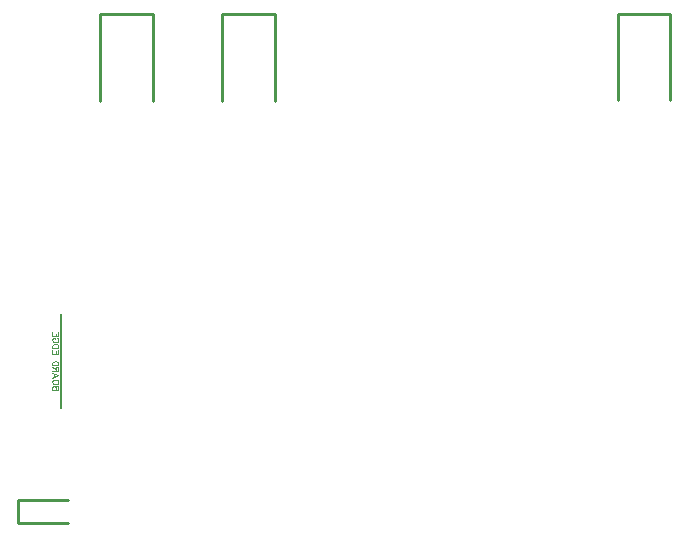
<source format=gbr>
G04 DipTrace 3.3.1.3*
G04 BottomAssy.gbr*
%MOMM*%
G04 #@! TF.FileFunction,Drawing,Bot*
G04 #@! TF.Part,Single*
%ADD10C,0.25*%
%ADD27C,0.15*%
%ADD143C,0.07843*%
%FSLAX35Y35*%
G04*
G71*
G90*
G75*
G01*
G04 BotAssy*
%LPD*%
X989696Y4763917D2*
D27*
Y5563813D1*
X2352147Y7367932D2*
D10*
Y8098130D1*
X2796613D1*
Y7367932D1*
X5701774Y7369349D2*
Y8099547D1*
X6146240D1*
Y7369349D1*
X1320274Y7367959D2*
Y8098157D1*
X1764740D1*
Y7367959D1*
X1052193Y3984300D2*
X623587D1*
Y3793815D1*
X1052193D1*
X967503Y4917846D2*
D143*
X916460D1*
Y4939746D1*
X918930Y4947046D1*
X921345Y4949460D1*
X926174Y4951875D1*
X933474D1*
X938360Y4949460D1*
X940774Y4947046D1*
X943189Y4939746D1*
X945660Y4947046D1*
X948074Y4949460D1*
X952903Y4951875D1*
X957789D1*
X962618Y4949460D1*
X965089Y4947046D1*
X967503Y4939746D1*
Y4917846D1*
X943189D2*
Y4939746D1*
X967503Y4982161D2*
X965089Y4977276D1*
X960203Y4972447D1*
X955374Y4969976D1*
X948074Y4967561D1*
X935889D1*
X928645Y4969976D1*
X923760Y4972447D1*
X918930Y4977276D1*
X916460Y4982161D1*
Y4991876D1*
X918930Y4996705D1*
X923760Y5001590D1*
X928645Y5004005D1*
X935889Y5006420D1*
X948074D1*
X955374Y5004005D1*
X960203Y5001590D1*
X965089Y4996705D1*
X967503Y4991876D1*
Y4982161D1*
X916460Y5061021D2*
X967503Y5041535D1*
X916460Y5022106D1*
X933474Y5029406D2*
Y5053721D1*
X943189Y5076707D2*
Y5098551D1*
X945660Y5105851D1*
X948074Y5108321D1*
X952903Y5110736D1*
X957789D1*
X962618Y5108321D1*
X965089Y5105851D1*
X967503Y5098551D1*
Y5076707D1*
X916460D1*
X943189Y5093721D2*
X916460Y5110736D1*
X967503Y5126422D2*
X916460D1*
Y5143437D1*
X918930Y5150737D1*
X923760Y5155622D1*
X928645Y5158037D1*
X935889Y5160452D1*
X948074D1*
X955374Y5158037D1*
X960203Y5155622D1*
X965089Y5150737D1*
X967503Y5143437D1*
Y5126422D1*
Y5257075D2*
Y5225516D1*
X916460D1*
Y5257075D1*
X943189Y5225516D2*
Y5244946D1*
X967503Y5272761D2*
X916460D1*
Y5289776D1*
X918930Y5297076D1*
X923760Y5301961D1*
X928645Y5304376D1*
X935889Y5306790D1*
X948074D1*
X955374Y5304376D1*
X960203Y5301961D1*
X965089Y5297076D1*
X967503Y5289776D1*
Y5272761D1*
X955374Y5358920D2*
X960203Y5356506D1*
X965089Y5351620D1*
X967503Y5346791D1*
Y5337077D1*
X965089Y5332191D1*
X960203Y5327362D1*
X955374Y5324891D1*
X948074Y5322477D1*
X935889D1*
X928645Y5324891D1*
X923759Y5327362D1*
X918930Y5332191D1*
X916460Y5337077D1*
Y5346791D1*
X918930Y5351620D1*
X923759Y5356506D1*
X928645Y5358920D1*
X935889D1*
Y5346791D1*
X967503Y5406165D2*
Y5374607D1*
X916459D1*
X916460Y5406165D1*
X943189Y5374607D2*
Y5394036D1*
M02*

</source>
